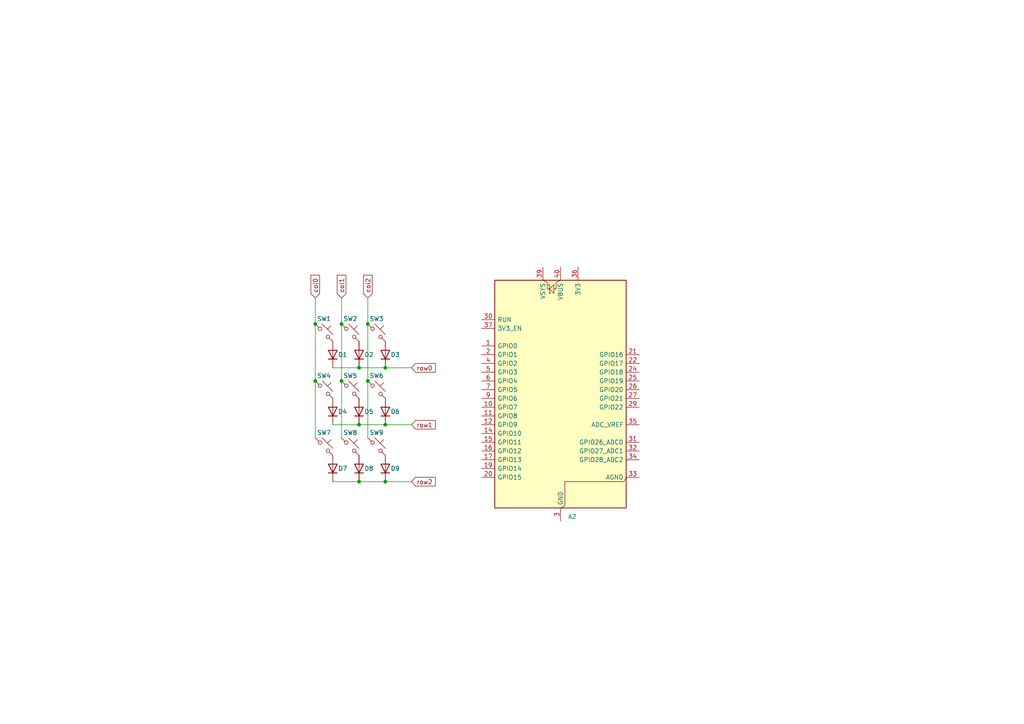
<source format=kicad_sch>
(kicad_sch (version 20250114) (generator "eeschema") (generator_version "9.0")
  (paper "A4")
  (lib_symbols
    (symbol "Diode:1N4148" (pin_numbers (hide yes)) (pin_names (hide yes))
      (property "Reference" "D" (at 0 2.54 0))
      (property "Value" "1N4148" (at 0 -2.54 0))
      (symbol "1N4148_0_1"
        (polyline (pts (xy -1.27 1.27) (xy -1.27 -1.27)) (stroke (width 0.254)))
        (polyline (pts (xy 1.27 1.27) (xy 1.27 -1.27) (xy -1.27 0) (xy 1.27 1.27)) (stroke (width 0.254)))
        (polyline (pts (xy 1.27 0) (xy -1.27 0)))
      )
      (symbol "1N4148_1_1"
        (pin passive line (at -3.81 0 0) (length 2.54) (name "K") (number "1"))
        (pin passive line (at 3.81 0 180) (length 2.54) (name "A") (number "2"))
      )
    )
    (symbol "MCU_Module:RaspberryPi_Pico_W" (pin_names (offset 0.762))
      (property "Reference" "A" (at -19.05 35.56 0))
      (property "Value" "RaspberryPi_Pico_W" (at 7.62 35.56 0))
      (symbol "RaspberryPi_Pico_W_0_1"
        (rectangle (start -19.05 34.29) (end 19.05 -31.75) (stroke (width 0.254)) (fill (type background)))
        (polyline (pts (xy -5.08 34.29) (xy -3.81 33.655) (xy -3.81 31.75) (xy -3.175 31.75)))
        (polyline (pts (xy -3.429 32.766) (xy -3.429 33.02) (xy -3.175 33.02) (xy -3.175 30.48) (xy -2.921 30.48) (xy -2.921 30.734)))
        (polyline (pts (xy -3.175 31.75) (xy -1.905 33.02) (xy -1.905 30.48) (xy -3.175 31.75)))
        (polyline (pts (xy 0 34.29) (xy -1.27 33.655) (xy -1.27 31.75) (xy -1.905 31.75)))
        (polyline (pts (xy 0 -31.75) (xy 1.27 -31.115) (xy 1.27 -24.13) (xy 18.415 -24.13) (xy 19.05 -22.86)))
      )
      (symbol "RaspberryPi_Pico_W_1_1"
        (pin passive line (at -22.86 22.86 0) (length 3.81) (name "RUN") (number "30"))
        (pin passive line (at -22.86 20.32 0) (length 3.81) (name "3V3_EN") (number "37"))
        (pin bidirectional line (at -22.86 15.24 0) (length 3.81) (name "GPIO0") (number "1"))
        (pin bidirectional line (at -22.86 12.7 0) (length 3.81) (name "GPIO1") (number "2"))
        (pin bidirectional line (at -22.86 10.16 0) (length 3.81) (name "GPIO2") (number "4"))
        (pin bidirectional line (at -22.86 7.62 0) (length 3.81) (name "GPIO3") (number "5"))
        (pin bidirectional line (at -22.86 5.08 0) (length 3.81) (name "GPIO4") (number "6"))
        (pin bidirectional line (at -22.86 2.54 0) (length 3.81) (name "GPIO5") (number "7"))
        (pin bidirectional line (at -22.86 0 0) (length 3.81) (name "GPIO6") (number "9"))
        (pin bidirectional line (at -22.86 -2.54 0) (length 3.81) (name "GPIO7") (number "10"))
        (pin bidirectional line (at -22.86 -5.08 0) (length 3.81) (name "GPIO8") (number "11"))
        (pin bidirectional line (at -22.86 -7.62 0) (length 3.81) (name "GPIO9") (number "12"))
        (pin bidirectional line (at -22.86 -10.16 0) (length 3.81) (name "GPIO10") (number "14"))
        (pin bidirectional line (at -22.86 -12.7 0) (length 3.81) (name "GPIO11") (number "15"))
        (pin bidirectional line (at -22.86 -15.24 0) (length 3.81) (name "GPIO12") (number "16"))
        (pin bidirectional line (at -22.86 -17.78 0) (length 3.81) (name "GPIO13") (number "17"))
        (pin bidirectional line (at -22.86 -20.32 0) (length 3.81) (name "GPIO14") (number "19"))
        (pin bidirectional line (at -22.86 -22.86 0) (length 3.81) (name "GPIO15") (number "20"))
        (pin power_in line (at -5.08 38.1 270) (length 3.81) (name "VSYS") (number "39"))
        (pin power_out line (at 0 38.1 270) (length 3.81) (name "VBUS") (number "40"))
        (pin passive line (at 0 -35.56 90) (length 3.81) (hide yes) (name "GND") (number "13"))
        (pin passive line (at 0 -35.56 90) (length 3.81) (hide yes) (name "GND") (number "18"))
        (pin passive line (at 0 -35.56 90) (length 3.81) (hide yes) (name "GND") (number "23"))
        (pin passive line (at 0 -35.56 90) (length 3.81) (hide yes) (name "GND") (number "28"))
        (pin power_out line (at 0 -35.56 90) (length 3.81) (name "GND") (number "3"))
        (pin passive line (at 0 -35.56 90) (length 3.81) (hide yes) (name "GND") (number "38"))
        (pin passive line (at 0 -35.56 90) (length 3.81) (hide yes) (name "GND") (number "8"))
        (pin power_out line (at 5.08 38.1 270) (length 3.81) (name "3V3") (number "36"))
        (pin bidirectional line (at 22.86 12.7 180) (length 3.81) (name "GPIO16") (number "21"))
        (pin bidirectional line (at 22.86 10.16 180) (length 3.81) (name "GPIO17") (number "22"))
        (pin bidirectional line (at 22.86 7.62 180) (length 3.81) (name "GPIO18") (number "24"))
        (pin bidirectional line (at 22.86 5.08 180) (length 3.81) (name "GPIO19") (number "25"))
        (pin bidirectional line (at 22.86 2.54 180) (length 3.81) (name "GPIO20") (number "26"))
        (pin bidirectional line (at 22.86 0 180) (length 3.81) (name "GPIO21") (number "27"))
        (pin bidirectional line (at 22.86 -2.54 180) (length 3.81) (name "GPIO22") (number "29"))
        (pin power_in line (at 22.86 -7.62 180) (length 3.81) (name "ADC_VREF") (number "35"))
        (pin bidirectional line (at 22.86 -12.7 180) (length 3.81) (name "GPIO26_ADC0") (number "31"))
        (pin bidirectional line (at 22.86 -15.24 180) (length 3.81) (name "GPIO27_ADC1") (number "32"))
        (pin bidirectional line (at 22.86 -17.78 180) (length 3.81) (name "GPIO28_ADC2") (number "34"))
        (pin power_out line (at 22.86 -22.86 180) (length 3.81) (name "AGND") (number "33"))
      )
    )
    (symbol "Switch:SW_Push_45deg" (pin_numbers (hide yes)) (pin_names (offset 1.016) (hide yes))
      (property "Reference" "SW" (at 3.048 1.016 0))
      (property "Value" "SW_Push_45deg" (at 0 -3.81 0))
      (symbol "SW_Push_45deg_0_1"
        (polyline (pts (xy -2.54 2.54) (xy -1.524 1.524) (xy -1.524 1.524)))
        (circle (center -1.1684 1.1684) (radius 0.508))
        (polyline (pts (xy -0.508 2.54) (xy 2.54 -0.508)))
        (polyline (pts (xy 1.016 1.016) (xy 2.032 2.032)))
        (circle (center 1.143 -1.1938) (radius 0.508))
        (polyline (pts (xy 1.524 -1.524) (xy 2.54 -2.54) (xy 2.54 -2.54) (xy 2.54 -2.54)))
        (pin passive line (at -2.54 2.54 0) (length 0) (name "1") (number "1"))
        (pin passive line (at 2.54 -2.54 180) (length 0) (name "2") (number "2"))
      )
    )
  )
  (junction (at 111.76 123.19))
  (junction (at 106.68 110.49))
  (junction (at 99.06 93.98))
  (junction (at 106.68 93.98))
  (junction (at 104.14 106.68))
  (junction (at 104.14 123.19))
  (junction (at 111.76 139.7))
  (junction (at 91.44 93.98))
  (junction (at 91.44 110.49))
  (junction (at 99.06 110.49))
  (junction (at 104.14 139.7))
  (junction (at 111.76 106.68))
  (wire (pts (xy 104.14 106.68) (xy 111.76 106.68)))
  (wire (pts (xy 104.14 123.19) (xy 111.76 123.19)))
  (wire (pts (xy 111.76 123.19) (xy 119.38 123.19)))
  (wire (pts (xy 106.68 93.98) (xy 106.68 110.49)))
  (wire (pts (xy 96.52 123.19) (xy 104.14 123.19)))
  (wire (pts (xy 99.06 110.49) (xy 99.06 127)))
  (wire (pts (xy 104.14 139.7) (xy 111.76 139.7)))
  (wire (pts (xy 96.52 139.7) (xy 104.14 139.7)))
  (wire (pts (xy 99.06 86.36) (xy 99.06 93.98)))
  (wire (pts (xy 91.44 93.98) (xy 91.44 110.49)))
  (wire (pts (xy 111.76 106.68) (xy 119.38 106.68)))
  (wire (pts (xy 106.68 86.36) (xy 106.68 93.98)))
  (wire (pts (xy 91.44 86.36) (xy 91.44 93.98)))
  (wire (pts (xy 91.44 110.49) (xy 91.44 127)))
  (wire (pts (xy 99.06 93.98) (xy 99.06 110.49)))
  (wire (pts (xy 111.76 139.7) (xy 119.38 139.7)))
  (wire (pts (xy 96.52 106.68) (xy 104.14 106.68)))
  (wire (pts (xy 106.68 110.49) (xy 106.68 127)))
  (global_label "row1" (shape input) (at 119.38 123.19 0) (property "Intersheetrefs" "${INTERSHEET_REFS}" (effects (hide yes))))
  (global_label "col2" (shape input) (at 106.68 86.36 90) (property "Intersheetrefs" "${INTERSHEET_REFS}" (effects (hide yes))))
  (global_label "col1" (shape input) (at 99.06 86.36 90) (property "Intersheetrefs" "${INTERSHEET_REFS}" (effects (hide yes))))
  (global_label "row0" (shape input) (at 119.38 106.68 0) (property "Intersheetrefs" "${INTERSHEET_REFS}" (effects (hide yes))))
  (global_label "col0" (shape input) (at 91.44 86.36 90) (property "Intersheetrefs" "${INTERSHEET_REFS}" (effects (hide yes))))
  (global_label "row2" (shape input) (at 119.38 139.7 0) (property "Intersheetrefs" "${INTERSHEET_REFS}" (effects (hide yes))))
  (symbol (lib_id "Diode:1N4148") (at 111.76 135.89 90) (unit 1)
    (property "Reference" "D9" (at 113.284 135.89 90) (effects (justify right)))
    (property "Value" "1N4148" (effects (hide yes)))
    (property "Footprint" "Diode_THT:D_DO-35_SOD27_P7.62mm_Horizontal" (effects (hide yes)))
    (property "Datasheet" "https://assets.nexperia.com/documents/data-sheet/1N4148_1N4448.pdf" (effects (hide yes)))
    (property "Description" "100V 0.15A standard switching diode, DO-35" (effects (hide yes)))
    (property "Sim.Device" "D" (effects (hide yes)))
    (property "Sim.Pins" "1=K 2=A" (effects (hide yes)))
  )
  (symbol (lib_id "Diode:1N4148") (at 104.14 119.38 90) (unit 1)
    (property "Reference" "D5" (at 105.664 119.38 90) (effects (justify right)))
    (property "Value" "1N4148" (effects (hide yes)))
    (property "Footprint" "Diode_THT:D_DO-35_SOD27_P7.62mm_Horizontal" (effects (hide yes)))
    (property "Datasheet" "https://assets.nexperia.com/documents/data-sheet/1N4148_1N4448.pdf" (effects (hide yes)))
    (property "Description" "100V 0.15A standard switching diode, DO-35" (effects (hide yes)))
    (property "Sim.Device" "D" (effects (hide yes)))
    (property "Sim.Pins" "1=K 2=A" (effects (hide yes)))
  )
  (symbol (lib_id "Diode:1N4148") (at 96.52 102.87 90) (unit 1)
    (property "Reference" "D1" (at 98.044 102.87 90) (effects (justify right)))
    (property "Value" "1N4148" (effects (hide yes)))
    (property "Footprint" "Diode_THT:D_DO-35_SOD27_P7.62mm_Horizontal" (effects (hide yes)))
    (property "Datasheet" "https://assets.nexperia.com/documents/data-sheet/1N4148_1N4448.pdf" (effects (hide yes)))
    (property "Description" "100V 0.15A standard switching diode, DO-35" (effects (hide yes)))
    (property "Sim.Device" "D" (effects (hide yes)))
    (property "Sim.Pins" "1=K 2=A" (effects (hide yes)))
  )
  (symbol (lib_id "Diode:1N4148") (at 104.14 102.87 90) (unit 1)
    (property "Reference" "D2" (at 105.664 102.87 90) (effects (justify right)))
    (property "Value" "1N4148" (effects (hide yes)))
    (property "Footprint" "Diode_THT:D_DO-35_SOD27_P7.62mm_Horizontal" (effects (hide yes)))
    (property "Datasheet" "https://assets.nexperia.com/documents/data-sheet/1N4148_1N4448.pdf" (effects (hide yes)))
    (property "Description" "100V 0.15A standard switching diode, DO-35" (effects (hide yes)))
    (property "Sim.Device" "D" (effects (hide yes)))
    (property "Sim.Pins" "1=K 2=A" (effects (hide yes)))
  )
  (symbol (lib_id "Switch:SW_Push_45deg") (at 109.22 129.54 0) (unit 1)
    (property "Reference" "SW9" (at 109.22 125.476 0))
    (property "Value" "SW_Push_45deg" (effects (hide yes)))
    (property "Description" "Push button switch, normally open, two pins, 45° tilted" (effects (hide yes)))
  )
  (symbol (lib_id "MCU_Module:RaspberryPi_Pico_W") (at 162.56 115.57 0) (unit 1)
    (property "Reference" "A2" (at 164.7033 149.86 0) (effects (justify left)))
    (property "Value" "RaspberryPi_Pico_W" (effects (hide yes)))
    (property "Footprint" "Module:RaspberryPi_Pico_W_SMD_HandSolder" (effects (hide yes)))
    (property "Datasheet" "https://datasheets.raspberrypi.com/picow/pico-w-datasheet.pdf" (effects (hide yes)))
    (property "Description" "Versatile and inexpensive wireless microcontroller module powered by RP2040 dual-core Arm Cortex-M0+ processor up to 133 MHz, 264kB SRAM, 2MB QSPI flash, Infineon CYW43439 2.4GHz 802.11n wireless LAN; also supports Raspberry Pi Pico 2 W" (effects (hide yes)))
  )
  (symbol (lib_id "Diode:1N4148") (at 111.76 119.38 90) (unit 1)
    (property "Reference" "D6" (at 113.284 119.38 90) (effects (justify right)))
    (property "Value" "1N4148" (effects (hide yes)))
    (property "Footprint" "Diode_THT:D_DO-35_SOD27_P7.62mm_Horizontal" (effects (hide yes)))
    (property "Datasheet" "https://assets.nexperia.com/documents/data-sheet/1N4148_1N4448.pdf" (effects (hide yes)))
    (property "Description" "100V 0.15A standard switching diode, DO-35" (effects (hide yes)))
    (property "Sim.Device" "D" (effects (hide yes)))
    (property "Sim.Pins" "1=K 2=A" (effects (hide yes)))
  )
  (symbol (lib_id "Switch:SW_Push_45deg") (at 109.22 113.03 0) (unit 1)
    (property "Reference" "SW6" (at 109.22 108.966 0))
    (property "Value" "SW_Push_45deg" (effects (hide yes)))
    (property "Description" "Push button switch, normally open, two pins, 45° tilted" (effects (hide yes)))
  )
  (symbol (lib_id "Switch:SW_Push_45deg") (at 93.98 129.54 0) (unit 1)
    (property "Reference" "SW7" (at 93.98 125.476 0))
    (property "Value" "SW_Push_45deg" (effects (hide yes)))
    (property "Description" "Push button switch, normally open, two pins, 45° tilted" (effects (hide yes)))
  )
  (symbol (lib_id "Diode:1N4148") (at 111.76 102.87 90) (unit 1)
    (property "Reference" "D3" (at 113.284 102.87 90) (effects (justify right)))
    (property "Value" "1N4148" (effects (hide yes)))
    (property "Footprint" "Diode_THT:D_DO-35_SOD27_P7.62mm_Horizontal" (effects (hide yes)))
    (property "Datasheet" "https://assets.nexperia.com/documents/data-sheet/1N4148_1N4448.pdf" (effects (hide yes)))
    (property "Description" "100V 0.15A standard switching diode, DO-35" (effects (hide yes)))
    (property "Sim.Device" "D" (effects (hide yes)))
    (property "Sim.Pins" "1=K 2=A" (effects (hide yes)))
  )
  (symbol (lib_id "Switch:SW_Push_45deg") (at 93.98 113.03 0) (unit 1)
    (property "Reference" "SW4" (at 93.98 108.966 0))
    (property "Value" "SW_Push_45deg" (effects (hide yes)))
    (property "Description" "Push button switch, normally open, two pins, 45° tilted" (effects (hide yes)))
  )
  (symbol (lib_id "Switch:SW_Push_45deg") (at 93.98 96.52 0) (unit 1)
    (property "Reference" "SW1" (at 93.98 92.456 0))
    (property "Value" "SW_Push_45deg" (effects (hide yes)))
    (property "Description" "Push button switch, normally open, two pins, 45° tilted" (effects (hide yes)))
  )
  (symbol (lib_id "Diode:1N4148") (at 96.52 135.89 90) (unit 1)
    (property "Reference" "D7" (at 98.044 135.89 90) (effects (justify right)))
    (property "Value" "1N4148" (effects (hide yes)))
    (property "Footprint" "Diode_THT:D_DO-35_SOD27_P7.62mm_Horizontal" (effects (hide yes)))
    (property "Datasheet" "https://assets.nexperia.com/documents/data-sheet/1N4148_1N4448.pdf" (effects (hide yes)))
    (property "Description" "100V 0.15A standard switching diode, DO-35" (effects (hide yes)))
    (property "Sim.Device" "D" (effects (hide yes)))
    (property "Sim.Pins" "1=K 2=A" (effects (hide yes)))
  )
  (symbol (lib_id "Switch:SW_Push_45deg") (at 101.6 129.54 0) (unit 1)
    (property "Reference" "SW8" (at 101.6 125.476 0))
    (property "Value" "SW_Push_45deg" (effects (hide yes)))
    (property "Description" "Push button switch, normally open, two pins, 45° tilted" (effects (hide yes)))
  )
  (symbol (lib_id "Diode:1N4148") (at 96.52 119.38 90) (unit 1)
    (property "Reference" "D4" (at 98.044 119.38 90) (effects (justify right)))
    (property "Value" "1N4148" (effects (hide yes)))
    (property "Footprint" "Diode_THT:D_DO-35_SOD27_P7.62mm_Horizontal" (effects (hide yes)))
    (property "Datasheet" "https://assets.nexperia.com/documents/data-sheet/1N4148_1N4448.pdf" (effects (hide yes)))
    (property "Description" "100V 0.15A standard switching diode, DO-35" (effects (hide yes)))
    (property "Sim.Device" "D" (effects (hide yes)))
    (property "Sim.Pins" "1=K 2=A" (effects (hide yes)))
  )
  (symbol (lib_id "Switch:SW_Push_45deg") (at 101.6 113.03 0) (unit 1)
    (property "Reference" "SW5" (at 101.6 108.966 0))
    (property "Value" "SW_Push_45deg" (effects (hide yes)))
    (property "Description" "Push button switch, normally open, two pins, 45° tilted" (effects (hide yes)))
  )
  (symbol (lib_id "Diode:1N4148") (at 104.14 135.89 90) (unit 1)
    (property "Reference" "D8" (at 105.664 135.89 90) (effects (justify right)))
    (property "Value" "1N4148" (effects (hide yes)))
    (property "Footprint" "Diode_THT:D_DO-35_SOD27_P7.62mm_Horizontal" (effects (hide yes)))
    (property "Datasheet" "https://assets.nexperia.com/documents/data-sheet/1N4148_1N4448.pdf" (effects (hide yes)))
    (property "Description" "100V 0.15A standard switching diode, DO-35" (effects (hide yes)))
    (property "Sim.Device" "D" (effects (hide yes)))
    (property "Sim.Pins" "1=K 2=A" (effects (hide yes)))
  )
  (symbol (lib_id "Switch:SW_Push_45deg") (at 101.6 96.52 0) (unit 1)
    (property "Reference" "SW2" (at 101.6 92.456 0))
    (property "Value" "SW_Push_45deg" (effects (hide yes)))
    (property "Description" "Push button switch, normally open, two pins, 45° tilted" (effects (hide yes)))
  )
  (symbol (lib_id "Switch:SW_Push_45deg") (at 109.22 96.52 0) (unit 1)
    (property "Reference" "SW3" (at 109.22 92.456 0))
    (property "Value" "SW_Push_45deg" (effects (hide yes)))
    (property "Description" "Push button switch, normally open, two pins, 45° tilted" (effects (hide yes)))
  )
)
</source>
